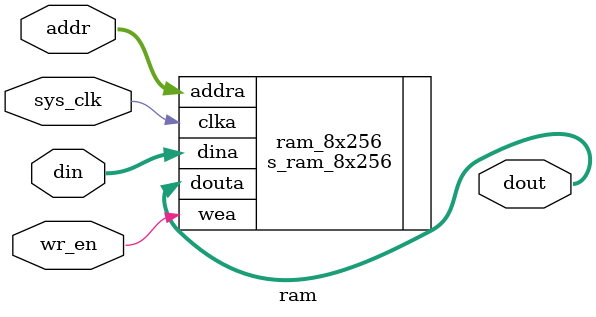
<source format=v>


module ram(
input wire wr_en,
input wire [7:0] addr,
input wire sys_clk,
input wire [7:0] din,
output wire [7:0] dout
    );

s_ram_8x256 ram_8x256 (
  .clka(sys_clk),    // input wire clka
  .wea(wr_en),      // input wire [0 : 0] wea
  .addra(addr),  // input wire [7 : 0] addra
  .dina(din),    // input wire [7 : 0] dina
  .douta(dout)  // output wire [7 : 0] douta
);

endmodule

</source>
